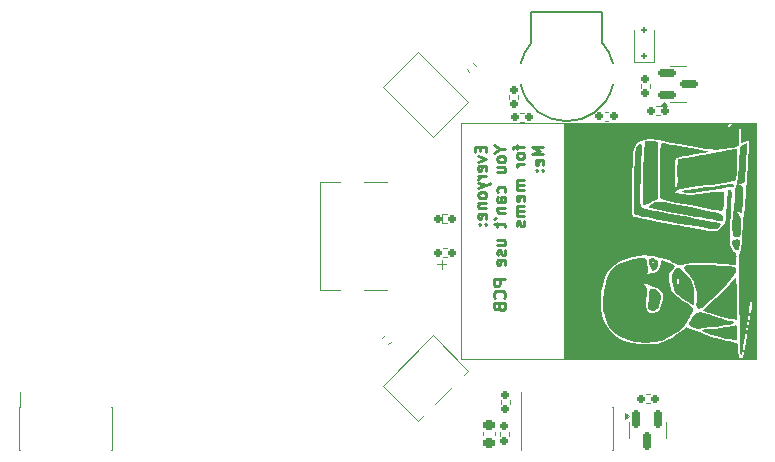
<source format=gbr>
%TF.GenerationSoftware,KiCad,Pcbnew,9.0.1-9.0.1-0~ubuntu22.04.1*%
%TF.CreationDate,2025-04-16T22:26:59+05:30*%
%TF.ProjectId,BEEWATCH MK2,42454557-4154-4434-9820-4d4b322e6b69,rev?*%
%TF.SameCoordinates,Original*%
%TF.FileFunction,Legend,Bot*%
%TF.FilePolarity,Positive*%
%FSLAX46Y46*%
G04 Gerber Fmt 4.6, Leading zero omitted, Abs format (unit mm)*
G04 Created by KiCad (PCBNEW 9.0.1-9.0.1-0~ubuntu22.04.1) date 2025-04-16 22:26:59*
%MOMM*%
%LPD*%
G01*
G04 APERTURE LIST*
G04 Aperture macros list*
%AMRoundRect*
0 Rectangle with rounded corners*
0 $1 Rounding radius*
0 $2 $3 $4 $5 $6 $7 $8 $9 X,Y pos of 4 corners*
0 Add a 4 corners polygon primitive as box body*
4,1,4,$2,$3,$4,$5,$6,$7,$8,$9,$2,$3,0*
0 Add four circle primitives for the rounded corners*
1,1,$1+$1,$2,$3*
1,1,$1+$1,$4,$5*
1,1,$1+$1,$6,$7*
1,1,$1+$1,$8,$9*
0 Add four rect primitives between the rounded corners*
20,1,$1+$1,$2,$3,$4,$5,0*
20,1,$1+$1,$4,$5,$6,$7,0*
20,1,$1+$1,$6,$7,$8,$9,0*
20,1,$1+$1,$8,$9,$2,$3,0*%
%AMRotRect*
0 Rectangle, with rotation*
0 The origin of the aperture is its center*
0 $1 length*
0 $2 width*
0 $3 Rotation angle, in degrees counterclockwise*
0 Add horizontal line*
21,1,$1,$2,0,0,$3*%
G04 Aperture macros list end*
%ADD10C,0.250000*%
%ADD11C,0.100000*%
%ADD12C,0.120000*%
%ADD13C,0.150000*%
%ADD14C,0.000000*%
%ADD15C,0.500000*%
%ADD16RoundRect,0.160000X-0.197500X-0.160000X0.197500X-0.160000X0.197500X0.160000X-0.197500X0.160000X0*%
%ADD17RoundRect,0.150000X-0.150000X0.587500X-0.150000X-0.587500X0.150000X-0.587500X0.150000X0.587500X0*%
%ADD18RoundRect,0.160000X-0.160000X0.197500X-0.160000X-0.197500X0.160000X-0.197500X0.160000X0.197500X0*%
%ADD19RoundRect,0.160000X-0.252791X0.026517X0.026517X-0.252791X0.252791X-0.026517X-0.026517X0.252791X0*%
%ADD20R,0.740000X2.400000*%
%ADD21R,1.570000X1.600000*%
%ADD22C,0.650000*%
%ADD23R,1.150000X0.300000*%
%ADD24O,1.600000X1.000000*%
%ADD25O,2.100000X1.000000*%
%ADD26RoundRect,0.160000X0.197500X0.160000X-0.197500X0.160000X-0.197500X-0.160000X0.197500X-0.160000X0*%
%ADD27RoundRect,0.125000X0.125000X-0.125000X0.125000X0.125000X-0.125000X0.125000X-0.125000X-0.125000X0*%
%ADD28RoundRect,0.225000X0.250000X-0.225000X0.250000X0.225000X-0.250000X0.225000X-0.250000X-0.225000X0*%
%ADD29RoundRect,0.150000X-0.587500X-0.150000X0.587500X-0.150000X0.587500X0.150000X-0.587500X0.150000X0*%
%ADD30RotRect,1.400000X1.500000X315.000000*%
%ADD31R,2.000000X2.000000*%
%ADD32C,2.000000*%
%ADD33RoundRect,0.160000X-0.026517X-0.252791X0.252791X0.026517X0.026517X0.252791X-0.252791X-0.026517X0*%
%ADD34RotRect,1.400000X1.500000X45.000000*%
%ADD35RoundRect,0.160000X0.160000X-0.197500X0.160000X0.197500X-0.160000X0.197500X-0.160000X-0.197500X0*%
G04 APERTURE END LIST*
D10*
X-7339023Y7597432D02*
X-7339023Y7264099D01*
X-6815213Y7121242D02*
X-6815213Y7597432D01*
X-6815213Y7597432D02*
X-7815213Y7597432D01*
X-7815213Y7597432D02*
X-7815213Y7121242D01*
X-7481880Y6787908D02*
X-6815213Y6549813D01*
X-6815213Y6549813D02*
X-7481880Y6311718D01*
X-6862832Y5549813D02*
X-6815213Y5645051D01*
X-6815213Y5645051D02*
X-6815213Y5835527D01*
X-6815213Y5835527D02*
X-6862832Y5930765D01*
X-6862832Y5930765D02*
X-6958071Y5978384D01*
X-6958071Y5978384D02*
X-7339023Y5978384D01*
X-7339023Y5978384D02*
X-7434261Y5930765D01*
X-7434261Y5930765D02*
X-7481880Y5835527D01*
X-7481880Y5835527D02*
X-7481880Y5645051D01*
X-7481880Y5645051D02*
X-7434261Y5549813D01*
X-7434261Y5549813D02*
X-7339023Y5502194D01*
X-7339023Y5502194D02*
X-7243785Y5502194D01*
X-7243785Y5502194D02*
X-7148547Y5978384D01*
X-6815213Y5073622D02*
X-7481880Y5073622D01*
X-7291404Y5073622D02*
X-7386642Y5026003D01*
X-7386642Y5026003D02*
X-7434261Y4978384D01*
X-7434261Y4978384D02*
X-7481880Y4883146D01*
X-7481880Y4883146D02*
X-7481880Y4787908D01*
X-7481880Y4549812D02*
X-6815213Y4311717D01*
X-7481880Y4073622D02*
X-6815213Y4311717D01*
X-6815213Y4311717D02*
X-6577118Y4406955D01*
X-6577118Y4406955D02*
X-6529499Y4454574D01*
X-6529499Y4454574D02*
X-6481880Y4549812D01*
X-6815213Y3549812D02*
X-6862832Y3645050D01*
X-6862832Y3645050D02*
X-6910452Y3692669D01*
X-6910452Y3692669D02*
X-7005690Y3740288D01*
X-7005690Y3740288D02*
X-7291404Y3740288D01*
X-7291404Y3740288D02*
X-7386642Y3692669D01*
X-7386642Y3692669D02*
X-7434261Y3645050D01*
X-7434261Y3645050D02*
X-7481880Y3549812D01*
X-7481880Y3549812D02*
X-7481880Y3406955D01*
X-7481880Y3406955D02*
X-7434261Y3311717D01*
X-7434261Y3311717D02*
X-7386642Y3264098D01*
X-7386642Y3264098D02*
X-7291404Y3216479D01*
X-7291404Y3216479D02*
X-7005690Y3216479D01*
X-7005690Y3216479D02*
X-6910452Y3264098D01*
X-6910452Y3264098D02*
X-6862832Y3311717D01*
X-6862832Y3311717D02*
X-6815213Y3406955D01*
X-6815213Y3406955D02*
X-6815213Y3549812D01*
X-7481880Y2787907D02*
X-6815213Y2787907D01*
X-7386642Y2787907D02*
X-7434261Y2740288D01*
X-7434261Y2740288D02*
X-7481880Y2645050D01*
X-7481880Y2645050D02*
X-7481880Y2502193D01*
X-7481880Y2502193D02*
X-7434261Y2406955D01*
X-7434261Y2406955D02*
X-7339023Y2359336D01*
X-7339023Y2359336D02*
X-6815213Y2359336D01*
X-6862832Y1502193D02*
X-6815213Y1597431D01*
X-6815213Y1597431D02*
X-6815213Y1787907D01*
X-6815213Y1787907D02*
X-6862832Y1883145D01*
X-6862832Y1883145D02*
X-6958071Y1930764D01*
X-6958071Y1930764D02*
X-7339023Y1930764D01*
X-7339023Y1930764D02*
X-7434261Y1883145D01*
X-7434261Y1883145D02*
X-7481880Y1787907D01*
X-7481880Y1787907D02*
X-7481880Y1597431D01*
X-7481880Y1597431D02*
X-7434261Y1502193D01*
X-7434261Y1502193D02*
X-7339023Y1454574D01*
X-7339023Y1454574D02*
X-7243785Y1454574D01*
X-7243785Y1454574D02*
X-7148547Y1930764D01*
X-6910452Y1026002D02*
X-6862832Y978383D01*
X-6862832Y978383D02*
X-6815213Y1026002D01*
X-6815213Y1026002D02*
X-6862832Y1073621D01*
X-6862832Y1073621D02*
X-6910452Y1026002D01*
X-6910452Y1026002D02*
X-6815213Y1026002D01*
X-7434261Y1026002D02*
X-7386642Y978383D01*
X-7386642Y978383D02*
X-7339023Y1026002D01*
X-7339023Y1026002D02*
X-7386642Y1073621D01*
X-7386642Y1073621D02*
X-7434261Y1026002D01*
X-7434261Y1026002D02*
X-7339023Y1026002D01*
X-5681460Y7406956D02*
X-5205269Y7406956D01*
X-6205269Y7740289D02*
X-5681460Y7406956D01*
X-5681460Y7406956D02*
X-6205269Y7073623D01*
X-5205269Y6597432D02*
X-5252888Y6692670D01*
X-5252888Y6692670D02*
X-5300508Y6740289D01*
X-5300508Y6740289D02*
X-5395746Y6787908D01*
X-5395746Y6787908D02*
X-5681460Y6787908D01*
X-5681460Y6787908D02*
X-5776698Y6740289D01*
X-5776698Y6740289D02*
X-5824317Y6692670D01*
X-5824317Y6692670D02*
X-5871936Y6597432D01*
X-5871936Y6597432D02*
X-5871936Y6454575D01*
X-5871936Y6454575D02*
X-5824317Y6359337D01*
X-5824317Y6359337D02*
X-5776698Y6311718D01*
X-5776698Y6311718D02*
X-5681460Y6264099D01*
X-5681460Y6264099D02*
X-5395746Y6264099D01*
X-5395746Y6264099D02*
X-5300508Y6311718D01*
X-5300508Y6311718D02*
X-5252888Y6359337D01*
X-5252888Y6359337D02*
X-5205269Y6454575D01*
X-5205269Y6454575D02*
X-5205269Y6597432D01*
X-5871936Y5406956D02*
X-5205269Y5406956D01*
X-5871936Y5835527D02*
X-5348127Y5835527D01*
X-5348127Y5835527D02*
X-5252888Y5787908D01*
X-5252888Y5787908D02*
X-5205269Y5692670D01*
X-5205269Y5692670D02*
X-5205269Y5549813D01*
X-5205269Y5549813D02*
X-5252888Y5454575D01*
X-5252888Y5454575D02*
X-5300508Y5406956D01*
X-5252888Y3740289D02*
X-5205269Y3835527D01*
X-5205269Y3835527D02*
X-5205269Y4026003D01*
X-5205269Y4026003D02*
X-5252888Y4121241D01*
X-5252888Y4121241D02*
X-5300508Y4168860D01*
X-5300508Y4168860D02*
X-5395746Y4216479D01*
X-5395746Y4216479D02*
X-5681460Y4216479D01*
X-5681460Y4216479D02*
X-5776698Y4168860D01*
X-5776698Y4168860D02*
X-5824317Y4121241D01*
X-5824317Y4121241D02*
X-5871936Y4026003D01*
X-5871936Y4026003D02*
X-5871936Y3835527D01*
X-5871936Y3835527D02*
X-5824317Y3740289D01*
X-5205269Y2883146D02*
X-5729079Y2883146D01*
X-5729079Y2883146D02*
X-5824317Y2930765D01*
X-5824317Y2930765D02*
X-5871936Y3026003D01*
X-5871936Y3026003D02*
X-5871936Y3216479D01*
X-5871936Y3216479D02*
X-5824317Y3311717D01*
X-5252888Y2883146D02*
X-5205269Y2978384D01*
X-5205269Y2978384D02*
X-5205269Y3216479D01*
X-5205269Y3216479D02*
X-5252888Y3311717D01*
X-5252888Y3311717D02*
X-5348127Y3359336D01*
X-5348127Y3359336D02*
X-5443365Y3359336D01*
X-5443365Y3359336D02*
X-5538603Y3311717D01*
X-5538603Y3311717D02*
X-5586222Y3216479D01*
X-5586222Y3216479D02*
X-5586222Y2978384D01*
X-5586222Y2978384D02*
X-5633841Y2883146D01*
X-5871936Y2406955D02*
X-5205269Y2406955D01*
X-5776698Y2406955D02*
X-5824317Y2359336D01*
X-5824317Y2359336D02*
X-5871936Y2264098D01*
X-5871936Y2264098D02*
X-5871936Y2121241D01*
X-5871936Y2121241D02*
X-5824317Y2026003D01*
X-5824317Y2026003D02*
X-5729079Y1978384D01*
X-5729079Y1978384D02*
X-5205269Y1978384D01*
X-6205269Y1454574D02*
X-6014793Y1549812D01*
X-5871936Y1168860D02*
X-5871936Y787908D01*
X-6205269Y1026003D02*
X-5348127Y1026003D01*
X-5348127Y1026003D02*
X-5252888Y978384D01*
X-5252888Y978384D02*
X-5205269Y883146D01*
X-5205269Y883146D02*
X-5205269Y787908D01*
X-5871936Y-735902D02*
X-5205269Y-735902D01*
X-5871936Y-307331D02*
X-5348127Y-307331D01*
X-5348127Y-307331D02*
X-5252888Y-354950D01*
X-5252888Y-354950D02*
X-5205269Y-450188D01*
X-5205269Y-450188D02*
X-5205269Y-593045D01*
X-5205269Y-593045D02*
X-5252888Y-688283D01*
X-5252888Y-688283D02*
X-5300508Y-735902D01*
X-5252888Y-1164474D02*
X-5205269Y-1259712D01*
X-5205269Y-1259712D02*
X-5205269Y-1450188D01*
X-5205269Y-1450188D02*
X-5252888Y-1545426D01*
X-5252888Y-1545426D02*
X-5348127Y-1593045D01*
X-5348127Y-1593045D02*
X-5395746Y-1593045D01*
X-5395746Y-1593045D02*
X-5490984Y-1545426D01*
X-5490984Y-1545426D02*
X-5538603Y-1450188D01*
X-5538603Y-1450188D02*
X-5538603Y-1307331D01*
X-5538603Y-1307331D02*
X-5586222Y-1212093D01*
X-5586222Y-1212093D02*
X-5681460Y-1164474D01*
X-5681460Y-1164474D02*
X-5729079Y-1164474D01*
X-5729079Y-1164474D02*
X-5824317Y-1212093D01*
X-5824317Y-1212093D02*
X-5871936Y-1307331D01*
X-5871936Y-1307331D02*
X-5871936Y-1450188D01*
X-5871936Y-1450188D02*
X-5824317Y-1545426D01*
X-5252888Y-2402569D02*
X-5205269Y-2307331D01*
X-5205269Y-2307331D02*
X-5205269Y-2116855D01*
X-5205269Y-2116855D02*
X-5252888Y-2021617D01*
X-5252888Y-2021617D02*
X-5348127Y-1973998D01*
X-5348127Y-1973998D02*
X-5729079Y-1973998D01*
X-5729079Y-1973998D02*
X-5824317Y-2021617D01*
X-5824317Y-2021617D02*
X-5871936Y-2116855D01*
X-5871936Y-2116855D02*
X-5871936Y-2307331D01*
X-5871936Y-2307331D02*
X-5824317Y-2402569D01*
X-5824317Y-2402569D02*
X-5729079Y-2450188D01*
X-5729079Y-2450188D02*
X-5633841Y-2450188D01*
X-5633841Y-2450188D02*
X-5538603Y-1973998D01*
X-5205269Y-3640665D02*
X-6205269Y-3640665D01*
X-6205269Y-3640665D02*
X-6205269Y-4021617D01*
X-6205269Y-4021617D02*
X-6157650Y-4116855D01*
X-6157650Y-4116855D02*
X-6110031Y-4164474D01*
X-6110031Y-4164474D02*
X-6014793Y-4212093D01*
X-6014793Y-4212093D02*
X-5871936Y-4212093D01*
X-5871936Y-4212093D02*
X-5776698Y-4164474D01*
X-5776698Y-4164474D02*
X-5729079Y-4116855D01*
X-5729079Y-4116855D02*
X-5681460Y-4021617D01*
X-5681460Y-4021617D02*
X-5681460Y-3640665D01*
X-5300508Y-5212093D02*
X-5252888Y-5164474D01*
X-5252888Y-5164474D02*
X-5205269Y-5021617D01*
X-5205269Y-5021617D02*
X-5205269Y-4926379D01*
X-5205269Y-4926379D02*
X-5252888Y-4783522D01*
X-5252888Y-4783522D02*
X-5348127Y-4688284D01*
X-5348127Y-4688284D02*
X-5443365Y-4640665D01*
X-5443365Y-4640665D02*
X-5633841Y-4593046D01*
X-5633841Y-4593046D02*
X-5776698Y-4593046D01*
X-5776698Y-4593046D02*
X-5967174Y-4640665D01*
X-5967174Y-4640665D02*
X-6062412Y-4688284D01*
X-6062412Y-4688284D02*
X-6157650Y-4783522D01*
X-6157650Y-4783522D02*
X-6205269Y-4926379D01*
X-6205269Y-4926379D02*
X-6205269Y-5021617D01*
X-6205269Y-5021617D02*
X-6157650Y-5164474D01*
X-6157650Y-5164474D02*
X-6110031Y-5212093D01*
X-5729079Y-5973998D02*
X-5681460Y-6116855D01*
X-5681460Y-6116855D02*
X-5633841Y-6164474D01*
X-5633841Y-6164474D02*
X-5538603Y-6212093D01*
X-5538603Y-6212093D02*
X-5395746Y-6212093D01*
X-5395746Y-6212093D02*
X-5300508Y-6164474D01*
X-5300508Y-6164474D02*
X-5252888Y-6116855D01*
X-5252888Y-6116855D02*
X-5205269Y-6021617D01*
X-5205269Y-6021617D02*
X-5205269Y-5640665D01*
X-5205269Y-5640665D02*
X-6205269Y-5640665D01*
X-6205269Y-5640665D02*
X-6205269Y-5973998D01*
X-6205269Y-5973998D02*
X-6157650Y-6069236D01*
X-6157650Y-6069236D02*
X-6110031Y-6116855D01*
X-6110031Y-6116855D02*
X-6014793Y-6164474D01*
X-6014793Y-6164474D02*
X-5919555Y-6164474D01*
X-5919555Y-6164474D02*
X-5824317Y-6116855D01*
X-5824317Y-6116855D02*
X-5776698Y-6069236D01*
X-5776698Y-6069236D02*
X-5729079Y-5973998D01*
X-5729079Y-5973998D02*
X-5729079Y-5640665D01*
X-4261992Y7740289D02*
X-4261992Y7359337D01*
X-3595325Y7597432D02*
X-4452468Y7597432D01*
X-4452468Y7597432D02*
X-4547706Y7549813D01*
X-4547706Y7549813D02*
X-4595325Y7454575D01*
X-4595325Y7454575D02*
X-4595325Y7359337D01*
X-3595325Y6883146D02*
X-3642944Y6978384D01*
X-3642944Y6978384D02*
X-3690564Y7026003D01*
X-3690564Y7026003D02*
X-3785802Y7073622D01*
X-3785802Y7073622D02*
X-4071516Y7073622D01*
X-4071516Y7073622D02*
X-4166754Y7026003D01*
X-4166754Y7026003D02*
X-4214373Y6978384D01*
X-4214373Y6978384D02*
X-4261992Y6883146D01*
X-4261992Y6883146D02*
X-4261992Y6740289D01*
X-4261992Y6740289D02*
X-4214373Y6645051D01*
X-4214373Y6645051D02*
X-4166754Y6597432D01*
X-4166754Y6597432D02*
X-4071516Y6549813D01*
X-4071516Y6549813D02*
X-3785802Y6549813D01*
X-3785802Y6549813D02*
X-3690564Y6597432D01*
X-3690564Y6597432D02*
X-3642944Y6645051D01*
X-3642944Y6645051D02*
X-3595325Y6740289D01*
X-3595325Y6740289D02*
X-3595325Y6883146D01*
X-3595325Y6121241D02*
X-4261992Y6121241D01*
X-4071516Y6121241D02*
X-4166754Y6073622D01*
X-4166754Y6073622D02*
X-4214373Y6026003D01*
X-4214373Y6026003D02*
X-4261992Y5930765D01*
X-4261992Y5930765D02*
X-4261992Y5835527D01*
X-3595325Y4740288D02*
X-4261992Y4740288D01*
X-4166754Y4740288D02*
X-4214373Y4692669D01*
X-4214373Y4692669D02*
X-4261992Y4597431D01*
X-4261992Y4597431D02*
X-4261992Y4454574D01*
X-4261992Y4454574D02*
X-4214373Y4359336D01*
X-4214373Y4359336D02*
X-4119135Y4311717D01*
X-4119135Y4311717D02*
X-3595325Y4311717D01*
X-4119135Y4311717D02*
X-4214373Y4264098D01*
X-4214373Y4264098D02*
X-4261992Y4168860D01*
X-4261992Y4168860D02*
X-4261992Y4026003D01*
X-4261992Y4026003D02*
X-4214373Y3930764D01*
X-4214373Y3930764D02*
X-4119135Y3883145D01*
X-4119135Y3883145D02*
X-3595325Y3883145D01*
X-3642944Y3026003D02*
X-3595325Y3121241D01*
X-3595325Y3121241D02*
X-3595325Y3311717D01*
X-3595325Y3311717D02*
X-3642944Y3406955D01*
X-3642944Y3406955D02*
X-3738183Y3454574D01*
X-3738183Y3454574D02*
X-4119135Y3454574D01*
X-4119135Y3454574D02*
X-4214373Y3406955D01*
X-4214373Y3406955D02*
X-4261992Y3311717D01*
X-4261992Y3311717D02*
X-4261992Y3121241D01*
X-4261992Y3121241D02*
X-4214373Y3026003D01*
X-4214373Y3026003D02*
X-4119135Y2978384D01*
X-4119135Y2978384D02*
X-4023897Y2978384D01*
X-4023897Y2978384D02*
X-3928659Y3454574D01*
X-3595325Y2549812D02*
X-4261992Y2549812D01*
X-4166754Y2549812D02*
X-4214373Y2502193D01*
X-4214373Y2502193D02*
X-4261992Y2406955D01*
X-4261992Y2406955D02*
X-4261992Y2264098D01*
X-4261992Y2264098D02*
X-4214373Y2168860D01*
X-4214373Y2168860D02*
X-4119135Y2121241D01*
X-4119135Y2121241D02*
X-3595325Y2121241D01*
X-4119135Y2121241D02*
X-4214373Y2073622D01*
X-4214373Y2073622D02*
X-4261992Y1978384D01*
X-4261992Y1978384D02*
X-4261992Y1835527D01*
X-4261992Y1835527D02*
X-4214373Y1740288D01*
X-4214373Y1740288D02*
X-4119135Y1692669D01*
X-4119135Y1692669D02*
X-3595325Y1692669D01*
X-3642944Y1264098D02*
X-3595325Y1168860D01*
X-3595325Y1168860D02*
X-3595325Y978384D01*
X-3595325Y978384D02*
X-3642944Y883146D01*
X-3642944Y883146D02*
X-3738183Y835527D01*
X-3738183Y835527D02*
X-3785802Y835527D01*
X-3785802Y835527D02*
X-3881040Y883146D01*
X-3881040Y883146D02*
X-3928659Y978384D01*
X-3928659Y978384D02*
X-3928659Y1121241D01*
X-3928659Y1121241D02*
X-3976278Y1216479D01*
X-3976278Y1216479D02*
X-4071516Y1264098D01*
X-4071516Y1264098D02*
X-4119135Y1264098D01*
X-4119135Y1264098D02*
X-4214373Y1216479D01*
X-4214373Y1216479D02*
X-4261992Y1121241D01*
X-4261992Y1121241D02*
X-4261992Y978384D01*
X-4261992Y978384D02*
X-4214373Y883146D01*
X-1985381Y7597432D02*
X-2985381Y7597432D01*
X-2985381Y7597432D02*
X-2271096Y7264099D01*
X-2271096Y7264099D02*
X-2985381Y6930766D01*
X-2985381Y6930766D02*
X-1985381Y6930766D01*
X-2033000Y6073623D02*
X-1985381Y6168861D01*
X-1985381Y6168861D02*
X-1985381Y6359337D01*
X-1985381Y6359337D02*
X-2033000Y6454575D01*
X-2033000Y6454575D02*
X-2128239Y6502194D01*
X-2128239Y6502194D02*
X-2509191Y6502194D01*
X-2509191Y6502194D02*
X-2604429Y6454575D01*
X-2604429Y6454575D02*
X-2652048Y6359337D01*
X-2652048Y6359337D02*
X-2652048Y6168861D01*
X-2652048Y6168861D02*
X-2604429Y6073623D01*
X-2604429Y6073623D02*
X-2509191Y6026004D01*
X-2509191Y6026004D02*
X-2413953Y6026004D01*
X-2413953Y6026004D02*
X-2318715Y6502194D01*
X-2080620Y5597432D02*
X-2033000Y5549813D01*
X-2033000Y5549813D02*
X-1985381Y5597432D01*
X-1985381Y5597432D02*
X-2033000Y5645051D01*
X-2033000Y5645051D02*
X-2080620Y5597432D01*
X-2080620Y5597432D02*
X-1985381Y5597432D01*
X-2604429Y5597432D02*
X-2556810Y5549813D01*
X-2556810Y5549813D02*
X-2509191Y5597432D01*
X-2509191Y5597432D02*
X-2556810Y5645051D01*
X-2556810Y5645051D02*
X-2604429Y5597432D01*
X-2604429Y5597432D02*
X-2509191Y5597432D01*
D11*
X-10608534Y1896116D02*
X-10608534Y1134211D01*
X-10608534Y-2003884D02*
X-10608534Y-2765789D01*
X-10227581Y-2384836D02*
X-10989486Y-2384836D01*
D12*
%TO.C,R9*%
X7582379Y11030000D02*
X7917621Y11030000D01*
X7582379Y10270000D02*
X7917621Y10270000D01*
%TO.C,Q2*%
X5240000Y-16400000D02*
X5240000Y-15750000D01*
X5240000Y-16400000D02*
X5240000Y-17050000D01*
X8360000Y-16400000D02*
X8360000Y-15750000D01*
X8360000Y-16400000D02*
X8360000Y-17050000D01*
X5290000Y-15237500D02*
X4960000Y-15477500D01*
X4960000Y-14997500D01*
X5290000Y-15237500D01*
G36*
X5290000Y-15237500D02*
G01*
X4960000Y-15477500D01*
X4960000Y-14997500D01*
X5290000Y-15237500D01*
G37*
%TO.C,R17*%
X-5580000Y-13832379D02*
X-5580000Y-14167621D01*
X-4820000Y-13832379D02*
X-4820000Y-14167621D01*
%TO.C,R29*%
X-3967621Y10480000D02*
X-3632379Y10480000D01*
X-3967621Y9720000D02*
X-3632379Y9720000D01*
%TO.C,R2*%
X-10467621Y1880000D02*
X-10132379Y1880000D01*
X-10467621Y1120000D02*
X-10132379Y1120000D01*
%TO.C,R3*%
X-8487227Y14149825D02*
X-8250175Y13912773D01*
X-7949825Y14687227D02*
X-7712773Y14450175D01*
%TO.C,J4*%
X-46370000Y-14435000D02*
X-46370000Y-18065000D01*
X-46370000Y-14435000D02*
X-46305000Y-14435000D01*
X-46370000Y-18065000D02*
X-46305000Y-18065000D01*
X-46305000Y-13160000D02*
X-46305000Y-14435000D01*
X-38595000Y-14435000D02*
X-38530000Y-14435000D01*
X-38595000Y-18065000D02*
X-38530000Y-18065000D01*
X-38530000Y-14435000D02*
X-38530000Y-18065000D01*
D13*
%TO.C,BZ1*%
X-2999999Y18995752D02*
X3000001Y18995752D01*
X-2999999Y16395751D02*
X-2999999Y18995752D01*
X3000001Y18995752D02*
X3000001Y16395750D01*
X-3900000Y14650000D02*
G75*
G02*
X-3001874Y16397405I3899990J-899995D01*
G01*
X3001875Y16397403D02*
G75*
G02*
X3900000Y14650000I-3001875J-2647403D01*
G01*
X3894753Y12827559D02*
G75*
G02*
X-3900000Y12850000I-3894753J922440D01*
G01*
D12*
%TO.C,R19*%
X-5680000Y-16529879D02*
X-5680000Y-16865121D01*
X-4920000Y-16529879D02*
X-4920000Y-16865121D01*
%TO.C,J1*%
X-20885000Y4580000D02*
X-20885000Y-4580000D01*
X-20885000Y-4580000D02*
X-19180000Y-4580000D01*
X-19180000Y4580000D02*
X-20885000Y4580000D01*
X-17170000Y4580000D02*
X-15250000Y4580000D01*
X-15250000Y-4580000D02*
X-17170000Y-4580000D01*
%TO.C,R30*%
X3523700Y10530000D02*
X3188458Y10530000D01*
X3523700Y9770000D02*
X3188458Y9770000D01*
%TO.C,D4*%
X5650000Y14790000D02*
X5650000Y17450000D01*
X7350000Y14790000D02*
X5650000Y14790000D01*
X7350000Y14790000D02*
X7350000Y17450000D01*
%TO.C,C18*%
X-7110000Y-16860580D02*
X-7110000Y-16579420D01*
X-6090000Y-16860580D02*
X-6090000Y-16579420D01*
%TO.C,Q1*%
X9400000Y14460000D02*
X8750000Y14460000D01*
X9400000Y14460000D02*
X10050000Y14460000D01*
X9400000Y11340000D02*
X8750000Y11340000D01*
X9400000Y11340000D02*
X10050000Y11340000D01*
X8477500Y11060000D02*
X7997500Y11060000D01*
X8237500Y11390000D01*
X8477500Y11060000D01*
G36*
X8477500Y11060000D02*
G01*
X7997500Y11060000D01*
X8237500Y11390000D01*
X8477500Y11060000D01*
G37*
%TO.C,R1*%
X-10467621Y-1020000D02*
X-10132379Y-1020000D01*
X-10467621Y-1780000D02*
X-10132379Y-1780000D01*
D14*
%TO.C,meme_2*%
G36*
X14564633Y-290711D02*
G01*
X14569584Y-292696D01*
X14628691Y-348775D01*
X14645139Y-471570D01*
X14624075Y-696197D01*
X14619015Y-733990D01*
X14581013Y-972269D01*
X14537741Y-1104672D01*
X14473002Y-1161727D01*
X14370600Y-1173961D01*
X14281629Y-1151238D01*
X14142192Y-1022151D01*
X14038743Y-811244D01*
X13993945Y-555711D01*
X13993079Y-523301D01*
X14002991Y-366749D01*
X14066933Y-298172D01*
X14221518Y-271913D01*
X14226391Y-271457D01*
X14421729Y-268264D01*
X14564633Y-290711D01*
G37*
G36*
X7239504Y-1821824D02*
G01*
X7388580Y-1847080D01*
X7586578Y-1979905D01*
X7693506Y-2123137D01*
X7759280Y-2370083D01*
X7727564Y-2525749D01*
X7617833Y-2720936D01*
X7465153Y-2872196D01*
X7306944Y-2932964D01*
X7199573Y-2874199D01*
X7093947Y-2715044D01*
X7007254Y-2497089D01*
X6952392Y-2262033D01*
X6947230Y-2154851D01*
X7196399Y-2154851D01*
X7199103Y-2175274D01*
X7266759Y-2229363D01*
X7282682Y-2228556D01*
X7337119Y-2198336D01*
X7333882Y-2187049D01*
X7266759Y-2123823D01*
X7239504Y-2112829D01*
X7196399Y-2154851D01*
X6947230Y-2154851D01*
X6942256Y-2051573D01*
X6989745Y-1907409D01*
X7015121Y-1881016D01*
X7183678Y-1812366D01*
X7239504Y-1821824D01*
G37*
G36*
X14387134Y-7550206D02*
G01*
X14396737Y-7564829D01*
X14420620Y-7687893D01*
X14437250Y-7904263D01*
X14443491Y-8178945D01*
X14443775Y-8324054D01*
X14437862Y-8549988D01*
X14404725Y-8691897D01*
X14322063Y-8761866D01*
X14167576Y-8771979D01*
X13918963Y-8734319D01*
X13553925Y-8660970D01*
X13169352Y-8578733D01*
X12671664Y-8457903D01*
X12238581Y-8335783D01*
X11884906Y-8217469D01*
X11625445Y-8108056D01*
X11475000Y-8012638D01*
X11448378Y-7936312D01*
X11524426Y-7911389D01*
X11713284Y-7883468D01*
X11985639Y-7856626D01*
X12312531Y-7834281D01*
X12573651Y-7815586D01*
X13000073Y-7771014D01*
X13407987Y-7713883D01*
X13736303Y-7652012D01*
X13847896Y-7627198D01*
X14105844Y-7576781D01*
X14297266Y-7549291D01*
X14387134Y-7550206D01*
G37*
G36*
X14053584Y4430526D02*
G01*
X14128185Y4381530D01*
X14155958Y4285289D01*
X14074100Y4213557D01*
X14069138Y4212176D01*
X13938729Y4185385D01*
X13684104Y4140426D01*
X13319063Y4079562D01*
X12857407Y4005056D01*
X12312935Y3919171D01*
X11699446Y3824170D01*
X11694038Y3823340D01*
X11133948Y3746971D01*
X10650353Y3700160D01*
X10258379Y3683552D01*
X9973153Y3697793D01*
X9809802Y3743529D01*
X9809504Y3743717D01*
X9759882Y3785727D01*
X9768756Y3821521D01*
X9852384Y3855562D01*
X10027029Y3892313D01*
X10308949Y3936237D01*
X10714405Y3991796D01*
X10844141Y4009284D01*
X11275197Y4069453D01*
X11774403Y4141405D01*
X12289820Y4217590D01*
X12769512Y4290462D01*
X13063105Y4334024D01*
X13429912Y4382965D01*
X13734222Y4417212D01*
X13950594Y4433991D01*
X14053584Y4430526D01*
G37*
G36*
X11609014Y-6469438D02*
G01*
X12017231Y-6616255D01*
X12226365Y-6697391D01*
X12599755Y-6823472D01*
X13013139Y-6947032D01*
X13409220Y-7050210D01*
X13424099Y-7053738D01*
X13738389Y-7134457D01*
X13991718Y-7210933D01*
X14158553Y-7274689D01*
X14213365Y-7317246D01*
X14169010Y-7354242D01*
X14003719Y-7414213D01*
X13741308Y-7478374D01*
X13407110Y-7542057D01*
X13026462Y-7600587D01*
X12624696Y-7649295D01*
X12227147Y-7683508D01*
X11967734Y-7703728D01*
X11671538Y-7735281D01*
X11446129Y-7769112D01*
X11326390Y-7800684D01*
X11300930Y-7811546D01*
X11118616Y-7819285D01*
X10833870Y-7748779D01*
X10564477Y-7654250D01*
X10395917Y-7560711D01*
X10338069Y-7447799D01*
X10377637Y-7287680D01*
X10501329Y-7052519D01*
X10575094Y-6929089D01*
X10791132Y-6643498D01*
X11019664Y-6476239D01*
X11284392Y-6420493D01*
X11609014Y-6469438D01*
G37*
G36*
X7370214Y-4444879D02*
G01*
X7535121Y-4492399D01*
X7755317Y-4649331D01*
X7904167Y-4859995D01*
X7934043Y-5009073D01*
X7932204Y-5268489D01*
X7893611Y-5570234D01*
X7822303Y-5864736D01*
X7777536Y-5969195D01*
X7620204Y-6161623D01*
X7413089Y-6289510D01*
X7195359Y-6333251D01*
X7006179Y-6273243D01*
X6993218Y-6263247D01*
X6941825Y-6203299D01*
X6910174Y-6109601D01*
X6897656Y-5960958D01*
X6903660Y-5736175D01*
X6927578Y-5414057D01*
X6968799Y-4973407D01*
X6986755Y-4797507D01*
X7337119Y-4797507D01*
X7347871Y-4851159D01*
X7407480Y-4867867D01*
X7428766Y-4853447D01*
X7477840Y-4797507D01*
X7474529Y-4787330D01*
X7407480Y-4727147D01*
X7370214Y-4721512D01*
X7337119Y-4797507D01*
X6986755Y-4797507D01*
X6989736Y-4768304D01*
X7017824Y-4581944D01*
X7058193Y-4482989D01*
X7125730Y-4440789D01*
X7235326Y-4424691D01*
X7296486Y-4423633D01*
X7370214Y-4444879D01*
G37*
G36*
X7192969Y8077913D02*
G01*
X7423647Y8049498D01*
X7617629Y8017748D01*
X7714802Y7991595D01*
X7730789Y7966662D01*
X7746184Y7834488D01*
X7732392Y7637135D01*
X7730337Y7619850D01*
X7719295Y7445485D01*
X7709392Y7155338D01*
X7701016Y6770575D01*
X7694554Y6312366D01*
X7690393Y5801878D01*
X7688920Y5260280D01*
X7688920Y3200589D01*
X7155817Y2913037D01*
X7063564Y2864066D01*
X6819360Y2742193D01*
X6627280Y2657330D01*
X6522576Y2625485D01*
X6512745Y2626451D01*
X6475098Y2660978D01*
X6449148Y2759155D01*
X6432968Y2940234D01*
X6424629Y3223470D01*
X6422204Y3628116D01*
X6423734Y3920702D01*
X6431863Y4413064D01*
X6446085Y4939018D01*
X6465373Y5479202D01*
X6488698Y6014250D01*
X6515034Y6524799D01*
X6543352Y6991484D01*
X6572626Y7394941D01*
X6601827Y7715806D01*
X6629929Y7934715D01*
X6655903Y8032303D01*
X6660597Y8037809D01*
X6749909Y8085821D01*
X6917518Y8098353D01*
X7192969Y8077913D01*
G37*
G36*
X14310828Y-3520208D02*
G01*
X14340322Y-3626561D01*
X14362632Y-3833805D01*
X14379046Y-4155202D01*
X14390854Y-4604017D01*
X14393390Y-4734883D01*
X14402484Y-5189938D01*
X14411904Y-5643141D01*
X14420674Y-6048212D01*
X14427821Y-6358867D01*
X14429944Y-6508440D01*
X14425439Y-6770676D01*
X14410941Y-6958814D01*
X14388375Y-7039609D01*
X14317013Y-7052121D01*
X14126475Y-7035334D01*
X13851099Y-6985696D01*
X13515593Y-6910175D01*
X13144662Y-6815734D01*
X12763014Y-6709340D01*
X12395354Y-6597958D01*
X12066389Y-6488553D01*
X11800825Y-6388090D01*
X11623369Y-6303536D01*
X11558726Y-6241855D01*
X11561414Y-6235907D01*
X11631529Y-6155278D01*
X11785330Y-5996850D01*
X12007586Y-5775812D01*
X12283066Y-5507359D01*
X12596538Y-5206682D01*
X12615851Y-5188277D01*
X12953240Y-4861997D01*
X13273351Y-4544163D01*
X13554761Y-4256642D01*
X13776048Y-4021302D01*
X13915790Y-3860010D01*
X14061013Y-3688133D01*
X14198257Y-3551923D01*
X14283394Y-3498667D01*
X14310828Y-3520208D01*
G37*
G36*
X8277428Y2904119D02*
G01*
X8751471Y2810123D01*
X8949276Y2766703D01*
X9478648Y2655043D01*
X10107857Y2527279D01*
X10810078Y2388734D01*
X11558484Y2244734D01*
X12326251Y2100603D01*
X12520402Y2062706D01*
X12803225Y1992417D01*
X12988721Y1914172D01*
X13105062Y1814033D01*
X13180419Y1678066D01*
X13205667Y1611834D01*
X13247579Y1408904D01*
X13191032Y1297782D01*
X13029099Y1272770D01*
X12754848Y1328172D01*
X12527494Y1383459D01*
X12222256Y1445742D01*
X11910527Y1500151D01*
X11671167Y1539385D01*
X11307351Y1602085D01*
X10900929Y1674484D01*
X10503324Y1747543D01*
X10499723Y1748217D01*
X10077828Y1826705D01*
X9579927Y1918631D01*
X9067895Y2012606D01*
X8603601Y2097240D01*
X8281610Y2155925D01*
X7824163Y2241102D01*
X7480471Y2308803D01*
X7234723Y2363039D01*
X7071110Y2407820D01*
X6973818Y2447156D01*
X6927039Y2485056D01*
X6914959Y2525532D01*
X6926019Y2561287D01*
X7032762Y2665024D01*
X7222365Y2776420D01*
X7457126Y2875454D01*
X7699342Y2942103D01*
X7923750Y2948112D01*
X8277428Y2904119D01*
G37*
G36*
X11655954Y-2440492D02*
G01*
X12337853Y-2448662D01*
X12937909Y-2470153D01*
X13444396Y-2503966D01*
X13845587Y-2549102D01*
X14129758Y-2604564D01*
X14285180Y-2669353D01*
X14300037Y-2682294D01*
X14359522Y-2820271D01*
X14315572Y-3024074D01*
X14166285Y-3296283D01*
X13909758Y-3639480D01*
X13544087Y-4056245D01*
X13067371Y-4549158D01*
X12477706Y-5120800D01*
X12233922Y-5350095D01*
X11900798Y-5655935D01*
X11644434Y-5877820D01*
X11451089Y-6025888D01*
X11307020Y-6110278D01*
X11198482Y-6141131D01*
X11111734Y-6128584D01*
X11071212Y-6109894D01*
X10985767Y-6016190D01*
X10966390Y-5849986D01*
X11007653Y-5582814D01*
X11022156Y-5499801D01*
X11035809Y-5119587D01*
X10988270Y-4685023D01*
X10887739Y-4249210D01*
X10742417Y-3865253D01*
X10620772Y-3652285D01*
X10425462Y-3370988D01*
X10216717Y-3116607D01*
X10213094Y-3112638D01*
X9999409Y-2858710D01*
X9892686Y-2677564D01*
X9888239Y-2556584D01*
X9981378Y-2483151D01*
X10000105Y-2478868D01*
X10142439Y-2466616D01*
X10395705Y-2456055D01*
X10737473Y-2447777D01*
X11145311Y-2442376D01*
X11596787Y-2440443D01*
X11655954Y-2440492D01*
G37*
G36*
X9628490Y-2763505D02*
G01*
X9844089Y-2948944D01*
X10182011Y-3303913D01*
X10479896Y-3714640D01*
X10678257Y-4112383D01*
X10691558Y-4154795D01*
X10729271Y-4355807D01*
X10757217Y-4624956D01*
X10774527Y-4927564D01*
X10780332Y-5228956D01*
X10773763Y-5494455D01*
X10753952Y-5689387D01*
X10720028Y-5779073D01*
X10683209Y-5776103D01*
X10547271Y-5714318D01*
X10342415Y-5596804D01*
X10096052Y-5441633D01*
X9835590Y-5266874D01*
X9588440Y-5090598D01*
X9382012Y-4930876D01*
X9243715Y-4805779D01*
X9179012Y-4718540D01*
X9063149Y-4453103D01*
X8979255Y-4106866D01*
X8943619Y-3791520D01*
X9311421Y-3791520D01*
X9345362Y-3960350D01*
X9410505Y-4098048D01*
X9435631Y-4130538D01*
X9488285Y-4177175D01*
X9510471Y-4122700D01*
X9516045Y-3947322D01*
X9506187Y-3740064D01*
X9459371Y-3605816D01*
X9365836Y-3566205D01*
X9354578Y-3568062D01*
X9313040Y-3643458D01*
X9311421Y-3791520D01*
X8943619Y-3791520D01*
X8935461Y-3719333D01*
X8939901Y-3330010D01*
X8940620Y-3321439D01*
X8975503Y-3068413D01*
X9039051Y-2907166D01*
X9149659Y-2790375D01*
X9193806Y-2756685D01*
X9338400Y-2675379D01*
X9365836Y-2675298D01*
X9471611Y-2674984D01*
X9628490Y-2763505D01*
G37*
G36*
X15232093Y7891995D02*
G01*
X15266316Y7828957D01*
X15272967Y7683668D01*
X15256169Y7427562D01*
X15248977Y7339301D01*
X15227102Y7050225D01*
X15200304Y6675996D01*
X15171321Y6255312D01*
X15142892Y5826870D01*
X15126886Y5589690D01*
X15099496Y5221268D01*
X15073428Y4912572D01*
X15051021Y4690517D01*
X15034617Y4582019D01*
X14950720Y4491824D01*
X14739062Y4441298D01*
X14478671Y4419667D01*
X14689751Y4312361D01*
X14900831Y4205055D01*
X14893433Y3129950D01*
X14892395Y3021249D01*
X14882723Y2618844D01*
X14865354Y2298429D01*
X14841658Y2079565D01*
X14813005Y1981813D01*
X14720944Y1954096D01*
X14556552Y2028965D01*
X14433901Y2093543D01*
X14379093Y2082400D01*
X14417230Y1996084D01*
X14549031Y1851523D01*
X14591429Y1810190D01*
X14653921Y1730468D01*
X14693106Y1628241D01*
X14714394Y1473959D01*
X14723199Y1238068D01*
X14724931Y891019D01*
X14724508Y660089D01*
X14719712Y388888D01*
X14705140Y213152D01*
X14675420Y105059D01*
X14625175Y36786D01*
X14549031Y-19490D01*
X14443217Y-81895D01*
X14334939Y-93935D01*
X14197230Y-19490D01*
X14129378Y29262D01*
X14077801Y91897D01*
X14046057Y189442D01*
X14029407Y348348D01*
X14023111Y595068D01*
X14022429Y956054D01*
X14024814Y1156950D01*
X14043682Y1584891D01*
X14078405Y1960013D01*
X14125463Y2238504D01*
X14138151Y2295951D01*
X14184011Y2594628D01*
X14216728Y2952432D01*
X14229904Y3304084D01*
X14231312Y3416004D01*
X14273231Y3952434D01*
X14377934Y4418654D01*
X14436013Y4639200D01*
X14483922Y4906822D01*
X14522208Y5239267D01*
X14553762Y5661834D01*
X14581474Y6199819D01*
X14639490Y7509834D01*
X14859221Y7706163D01*
X14908469Y7747939D01*
X15069586Y7858250D01*
X15187642Y7902493D01*
X15232093Y7891995D01*
G37*
G36*
X6293672Y7848322D02*
G01*
X6306238Y7821402D01*
X6323842Y7684604D01*
X6330966Y7432428D01*
X6327594Y7058638D01*
X6313713Y6556997D01*
X6289310Y5921267D01*
X6267337Y5384033D01*
X6240479Y4656455D01*
X6222634Y4053159D01*
X6213858Y3564303D01*
X6214202Y3180049D01*
X6223719Y2890559D01*
X6242464Y2685992D01*
X6270490Y2556510D01*
X6307849Y2492274D01*
X6429624Y2422367D01*
X6668853Y2337575D01*
X7023339Y2245009D01*
X7501331Y2142545D01*
X8111081Y2028059D01*
X8377126Y1980217D01*
X8839464Y1896009D01*
X9347750Y1802397D01*
X9883548Y1702872D01*
X10428426Y1600921D01*
X10963950Y1500035D01*
X11471684Y1403702D01*
X11933197Y1315411D01*
X12330052Y1238653D01*
X12643817Y1176915D01*
X12856057Y1133688D01*
X12948338Y1112459D01*
X12967105Y1104782D01*
X13033116Y1014015D01*
X12989219Y878128D01*
X12842798Y724276D01*
X12794711Y685932D01*
X12743005Y650374D01*
X12682194Y624875D01*
X12599327Y610870D01*
X12481459Y609790D01*
X12315639Y623071D01*
X12088920Y652146D01*
X11788353Y698450D01*
X11400990Y763414D01*
X10913883Y848475D01*
X10314083Y955065D01*
X9588643Y1084618D01*
X9169845Y1159493D01*
X8403488Y1297252D01*
X7759808Y1414303D01*
X7228035Y1512834D01*
X6797400Y1595033D01*
X6457133Y1663089D01*
X6196466Y1719189D01*
X6004628Y1765523D01*
X5870850Y1804278D01*
X5784363Y1837643D01*
X5734397Y1867807D01*
X5706346Y1929744D01*
X5682361Y2092767D01*
X5667257Y2359070D01*
X5661070Y2733958D01*
X5663834Y3222739D01*
X5675587Y3830718D01*
X5696363Y4563203D01*
X5726200Y5425498D01*
X5765131Y6422910D01*
X5779075Y6756767D01*
X5795507Y7077062D01*
X5814763Y7300502D01*
X5841580Y7451636D01*
X5880694Y7555017D01*
X5936843Y7635196D01*
X6014765Y7716724D01*
X6059758Y7760085D01*
X6203142Y7861554D01*
X6293672Y7848322D01*
G37*
G36*
X6612830Y-1842544D02*
G01*
X6625038Y-1844813D01*
X6739031Y-1941975D01*
X6774239Y-2100194D01*
X6776087Y-2152196D01*
X6803410Y-2376998D01*
X6853013Y-2620610D01*
X6885956Y-2771114D01*
X6892901Y-2933314D01*
X6842986Y-3040447D01*
X6785198Y-3152371D01*
X6835122Y-3195162D01*
X6974667Y-3149745D01*
X7095978Y-3104132D01*
X7296204Y-3073684D01*
X7332807Y-3070365D01*
X7512011Y-3003556D01*
X7694727Y-2877912D01*
X7774225Y-2799994D01*
X7894778Y-2609210D01*
X7951248Y-2350211D01*
X7960977Y-2277244D01*
X8011777Y-2085669D01*
X8082412Y-2018283D01*
X8096563Y-2018884D01*
X8258062Y-2055446D01*
X8485730Y-2134028D01*
X8729282Y-2234169D01*
X8938435Y-2335407D01*
X9062905Y-2417278D01*
X9101080Y-2461736D01*
X9116131Y-2536062D01*
X9058135Y-2640066D01*
X8913809Y-2808607D01*
X8657304Y-3092528D01*
X8687847Y-3674440D01*
X8690770Y-3726939D01*
X8728802Y-4111010D01*
X8803861Y-4419023D01*
X8933806Y-4678591D01*
X9136496Y-4917328D01*
X9429791Y-5162845D01*
X9831549Y-5442755D01*
X9873890Y-5470914D01*
X10160835Y-5666216D01*
X10402616Y-5838232D01*
X10574908Y-5969238D01*
X10653385Y-6041513D01*
X10690722Y-6110849D01*
X10703663Y-6195557D01*
X10674709Y-6312029D01*
X10595544Y-6490952D01*
X10457851Y-6763017D01*
X10410050Y-6854540D01*
X10200933Y-7218382D01*
X9988190Y-7508752D01*
X9732465Y-7773693D01*
X9394402Y-8061252D01*
X9282448Y-8149093D01*
X8675703Y-8551593D01*
X8059961Y-8828527D01*
X7413458Y-8985578D01*
X6714429Y-9028428D01*
X5941110Y-8962756D01*
X5662006Y-8915835D01*
X4973050Y-8729434D01*
X4393531Y-8456273D01*
X3920409Y-8093643D01*
X3550641Y-7638839D01*
X3281189Y-7089154D01*
X3109010Y-6441881D01*
X3087992Y-6299611D01*
X3062034Y-5843074D01*
X3080256Y-5326166D01*
X3137397Y-4782308D01*
X3228197Y-4244922D01*
X3278109Y-4036601D01*
X6563158Y-4036601D01*
X6603253Y-4112781D01*
X6705236Y-4236072D01*
X6716451Y-4248143D01*
X6785004Y-4339918D01*
X6814878Y-4447536D01*
X6810673Y-4611883D01*
X6776990Y-4873848D01*
X6771633Y-4911393D01*
X6713070Y-5455393D01*
X6705883Y-5885456D01*
X6749812Y-6195792D01*
X6844599Y-6380610D01*
X7049838Y-6498394D01*
X7310287Y-6501379D01*
X7596479Y-6384112D01*
X7733876Y-6286704D01*
X7874467Y-6127540D01*
X7984109Y-5902583D01*
X8085218Y-5574714D01*
X8140750Y-5350926D01*
X8170106Y-5154069D01*
X8156926Y-4998358D01*
X8102394Y-4832723D01*
X8093458Y-4810911D01*
X7929268Y-4548783D01*
X7682027Y-4371882D01*
X7327371Y-4262275D01*
X7146038Y-4218935D01*
X6946565Y-4150331D01*
X6837200Y-4084991D01*
X6828975Y-4075667D01*
X6721571Y-4006080D01*
X6612830Y-3989502D01*
X6563158Y-4036601D01*
X3278109Y-4036601D01*
X3347393Y-3747427D01*
X3489725Y-3323244D01*
X3649931Y-3005794D01*
X3773785Y-2847099D01*
X4109373Y-2551374D01*
X4546762Y-2287450D01*
X5060447Y-2069461D01*
X5624921Y-1911538D01*
X5684752Y-1899043D01*
X6110456Y-1825408D01*
X6419699Y-1806644D01*
X6612830Y-1842544D01*
G37*
G36*
X8319050Y7869226D02*
G01*
X8574895Y7815722D01*
X8584402Y7813642D01*
X8814413Y7767370D01*
X9150554Y7704683D01*
X9561822Y7631132D01*
X10017216Y7552266D01*
X10485734Y7473635D01*
X10601157Y7454445D01*
X11017729Y7382543D01*
X11377502Y7316366D01*
X11659927Y7259968D01*
X11844452Y7217400D01*
X11910527Y7192714D01*
X11858260Y7149430D01*
X11677460Y7092270D01*
X11364791Y7024701D01*
X10917478Y6946130D01*
X10332749Y6855965D01*
X10217867Y6838555D01*
X9868103Y6778784D01*
X9573675Y6718533D01*
X9362659Y6663962D01*
X9263132Y6621233D01*
X9230153Y6573478D01*
X9190191Y6446100D01*
X9163412Y6240675D01*
X9148741Y5941605D01*
X9145104Y5533292D01*
X9151425Y5000138D01*
X9159223Y4681743D01*
X9172817Y4426577D01*
X9194441Y4271363D01*
X9227357Y4194255D01*
X9274825Y4173407D01*
X9312897Y4187039D01*
X9342309Y4244542D01*
X9360925Y4365334D01*
X9370343Y4568756D01*
X9372161Y4874149D01*
X9367976Y5300852D01*
X9366444Y5450134D01*
X9368051Y5859805D01*
X9378526Y6183097D01*
X9397041Y6401944D01*
X9422770Y6498281D01*
X9443966Y6510074D01*
X9583612Y6549966D01*
X9825392Y6600300D01*
X10142505Y6655818D01*
X10508150Y6711261D01*
X10616558Y6726818D01*
X11006569Y6787284D01*
X11364365Y6849179D01*
X11654159Y6906051D01*
X11840167Y6951445D01*
X12011535Y6995567D01*
X12311794Y7053275D01*
X12614128Y7094150D01*
X12659969Y7099065D01*
X12971041Y7143076D01*
X13335982Y7207493D01*
X13685115Y7280210D01*
X13811718Y7307815D01*
X14076833Y7355990D01*
X14277219Y7379101D01*
X14377042Y7372374D01*
X14393485Y7349576D01*
X14417225Y7226476D01*
X14427803Y6992589D01*
X14425487Y6638120D01*
X14410547Y6153271D01*
X14399406Y5879355D01*
X14381776Y5502112D01*
X14364217Y5184123D01*
X14348272Y4952518D01*
X14335487Y4834425D01*
X14320029Y4788463D01*
X14271020Y4736500D01*
X14170028Y4691735D01*
X13995191Y4647617D01*
X13724648Y4597597D01*
X13336535Y4535123D01*
X13259953Y4523269D01*
X12798714Y4454671D01*
X12268919Y4379482D01*
X11730180Y4306027D01*
X11242106Y4242630D01*
X11080046Y4222135D01*
X10528902Y4149163D01*
X10098275Y4085448D01*
X9772558Y4027987D01*
X9536142Y3973779D01*
X9373418Y3919822D01*
X9268777Y3863114D01*
X9209021Y3817227D01*
X9183070Y3759321D01*
X9278819Y3696077D01*
X9288429Y3691343D01*
X9436922Y3644793D01*
X9673179Y3593626D01*
X9950681Y3548088D01*
X9970056Y3545421D01*
X10215659Y3518603D01*
X10450342Y3511144D01*
X10711372Y3524906D01*
X11036015Y3561748D01*
X11461536Y3623533D01*
X11518046Y3632102D01*
X11917373Y3687862D01*
X12301715Y3734147D01*
X12629808Y3766347D01*
X12860388Y3779850D01*
X13282549Y3786426D01*
X13282549Y3033388D01*
X13280683Y2846912D01*
X13266744Y2531596D01*
X13241029Y2309278D01*
X13205737Y2203723D01*
X13177939Y2188986D01*
X13055322Y2179803D01*
X12834020Y2200097D01*
X12501392Y2251295D01*
X12044795Y2334825D01*
X11297576Y2478293D01*
X10529063Y2626716D01*
X9882986Y2752656D01*
X9350700Y2857861D01*
X8923557Y2944082D01*
X8592912Y3013066D01*
X8350116Y3066563D01*
X8186525Y3106322D01*
X8093491Y3134093D01*
X7900000Y3205438D01*
X7900000Y5434977D01*
X7900108Y5647731D01*
X7902120Y6259789D01*
X7907080Y6748209D01*
X7915511Y7126074D01*
X7927938Y7406468D01*
X7944883Y7602472D01*
X7966870Y7727172D01*
X7994424Y7793649D01*
X8014120Y7819556D01*
X8074514Y7872506D01*
X8164207Y7888609D01*
X8319050Y7869226D01*
G37*
G36*
X12871039Y9591135D02*
G01*
X13305464Y9591135D01*
X13500130Y9584369D01*
X13685014Y9551414D01*
X13743709Y9493960D01*
X13669529Y9415235D01*
X13621549Y9371961D01*
X13608733Y9282688D01*
X13696617Y9239335D01*
X13796652Y9288836D01*
X13909320Y9415235D01*
X13935367Y9453922D01*
X13986413Y9511236D01*
X14059155Y9549848D01*
X14177397Y9573450D01*
X14364944Y9585737D01*
X14645601Y9590401D01*
X14684112Y9590472D01*
X15043174Y9591135D01*
X16061773Y9591135D01*
X16061773Y-438706D01*
X16061773Y-10468547D01*
X15023962Y-10443657D01*
X14874195Y-10439644D01*
X14505725Y-10426132D01*
X14188666Y-10409497D01*
X13952783Y-10391478D01*
X13827840Y-10373811D01*
X13725892Y-10360544D01*
X13669529Y-10395176D01*
X13668779Y-10399424D01*
X13592878Y-10433007D01*
X13419823Y-10453764D01*
X13188501Y-10462149D01*
X12937801Y-10458617D01*
X12706612Y-10443620D01*
X12533821Y-10417612D01*
X12458318Y-10381046D01*
X12405610Y-10335785D01*
X12281180Y-10381046D01*
X12219393Y-10394958D01*
X12068961Y-10408532D01*
X11826814Y-10420384D01*
X11487506Y-10430583D01*
X11045595Y-10439199D01*
X10495635Y-10446299D01*
X9832181Y-10451954D01*
X9049790Y-10456232D01*
X8143016Y-10459203D01*
X7106415Y-10460934D01*
X5934543Y-10461496D01*
X-261772Y-10461496D01*
X-261772Y-5219842D01*
X2867327Y-5219842D01*
X2869332Y-6002576D01*
X2981515Y-6709236D01*
X3201653Y-7335048D01*
X3527519Y-7875234D01*
X3956888Y-8325018D01*
X4487535Y-8679626D01*
X4685407Y-8778332D01*
X5120151Y-8951752D01*
X5575762Y-9066572D01*
X6090814Y-9131037D01*
X6703878Y-9153393D01*
X6776928Y-9153762D01*
X7147342Y-9151421D01*
X7423719Y-9137497D01*
X7646025Y-9106829D01*
X7854228Y-9054257D01*
X8088295Y-8974619D01*
X8131049Y-8958688D01*
X8478704Y-8804431D01*
X8865192Y-8588541D01*
X9311020Y-8298682D01*
X9836694Y-7922511D01*
X10119925Y-7713000D01*
X10667346Y-7891696D01*
X10706320Y-7904534D01*
X11005252Y-8009517D01*
X11279735Y-8115788D01*
X11474697Y-8202168D01*
X11641892Y-8279731D01*
X12050639Y-8435327D01*
X12537242Y-8587787D01*
X13060808Y-8724836D01*
X13580445Y-8834202D01*
X13795257Y-8876193D01*
X14080052Y-8941974D01*
X14295655Y-9004109D01*
X14407176Y-9053353D01*
X14415533Y-9060936D01*
X14488119Y-9213751D01*
X14514625Y-9467480D01*
X14515546Y-9533281D01*
X14530913Y-9812080D01*
X14559011Y-10056925D01*
X14587769Y-10189896D01*
X14650868Y-10294309D01*
X14764329Y-10320776D01*
X14809931Y-10318292D01*
X14860693Y-10299556D01*
X14904820Y-10249119D01*
X14946238Y-10151630D01*
X14988874Y-9991735D01*
X15036652Y-9754082D01*
X15093499Y-9423320D01*
X15163341Y-8984094D01*
X15250102Y-8421053D01*
X15281668Y-8217053D01*
X15353572Y-7764697D01*
X15425423Y-7327090D01*
X15490350Y-6945714D01*
X15541482Y-6662050D01*
X15582450Y-6434444D01*
X15641999Y-6045301D01*
X15681545Y-5702919D01*
X15699234Y-5430112D01*
X15693210Y-5249696D01*
X15661618Y-5184488D01*
X15661530Y-5184490D01*
X15635244Y-5251557D01*
X15590853Y-5438526D01*
X15531699Y-5726327D01*
X15461124Y-6095893D01*
X15382469Y-6528156D01*
X15299076Y-7004046D01*
X15214286Y-7504498D01*
X15131443Y-8010441D01*
X15053886Y-8502808D01*
X14984958Y-8962531D01*
X14928002Y-9370542D01*
X14882912Y-9673668D01*
X14829791Y-9930660D01*
X14780625Y-10055283D01*
X14736599Y-10044821D01*
X14698897Y-9896556D01*
X14698405Y-9893216D01*
X14688793Y-9761446D01*
X14678107Y-9506334D01*
X14666625Y-9144349D01*
X14654621Y-8691958D01*
X14642372Y-8165629D01*
X14630152Y-7581830D01*
X14618237Y-6957027D01*
X14606903Y-6307689D01*
X14596425Y-5650283D01*
X14587079Y-5001277D01*
X14579140Y-4377139D01*
X14572885Y-3794335D01*
X14568588Y-3269334D01*
X14566525Y-2818602D01*
X14566972Y-2458609D01*
X14570204Y-2205821D01*
X14575941Y-2023946D01*
X14599700Y-1666616D01*
X14639107Y-1424252D01*
X14696610Y-1278909D01*
X14710239Y-1254948D01*
X14749987Y-1135514D01*
X14783395Y-941046D01*
X14812244Y-655124D01*
X14838319Y-261325D01*
X14863403Y256771D01*
X14864020Y271043D01*
X14886376Y711848D01*
X14912921Y1117902D01*
X14941470Y1462732D01*
X14969842Y1719864D01*
X14995851Y1862823D01*
X15017137Y1963168D01*
X15049506Y2197791D01*
X15084093Y2522689D01*
X15117935Y2909306D01*
X15148066Y3329086D01*
X15163034Y3561051D01*
X15195898Y4058824D01*
X15229682Y4557594D01*
X15261171Y5010212D01*
X15287151Y5369529D01*
X15312086Y5723072D01*
X15342903Y6197791D01*
X15372861Y6693274D01*
X15398003Y7146122D01*
X15400496Y7194027D01*
X15418578Y7565627D01*
X15426230Y7820800D01*
X15421594Y7981251D01*
X15402812Y8068688D01*
X15368027Y8104814D01*
X15315380Y8111335D01*
X15208328Y8089300D01*
X15045694Y8005795D01*
X15004096Y7975117D01*
X14871185Y7898481D01*
X14786138Y7905864D01*
X14741552Y8011145D01*
X14730019Y8228202D01*
X14744134Y8570914D01*
X14750221Y8677342D01*
X14761147Y8958572D01*
X14755182Y9130266D01*
X14730209Y9215996D01*
X14684112Y9239335D01*
X14681272Y9239170D01*
X14628814Y9166800D01*
X14589363Y8979195D01*
X14565052Y8700271D01*
X14558014Y8353938D01*
X14570380Y7964112D01*
X14571463Y7933584D01*
X14551608Y7751576D01*
X14496542Y7641274D01*
X14494850Y7639992D01*
X14343622Y7572627D01*
X14087301Y7504369D01*
X13760661Y7441078D01*
X13398476Y7388615D01*
X13035518Y7352839D01*
X12706562Y7339612D01*
X12558759Y7342794D01*
X12171747Y7368844D01*
X11747425Y7415461D01*
X11354129Y7475768D01*
X11279906Y7489272D01*
X10903052Y7556791D01*
X10450169Y7636701D01*
X9971749Y7720132D01*
X9518283Y7798216D01*
X9380878Y7821958D01*
X8941372Y7900982D01*
X8510807Y7982456D01*
X8132502Y8058042D01*
X7849776Y8119401D01*
X7574808Y8179158D01*
X7179503Y8238907D01*
X6858365Y8241896D01*
X6576298Y8187084D01*
X6298204Y8073431D01*
X6144695Y7992927D01*
X5969460Y7878108D01*
X5837671Y7744377D01*
X5741916Y7571434D01*
X5674784Y7338978D01*
X5628864Y7026709D01*
X5596745Y6614325D01*
X5571014Y6081525D01*
X5546117Y5428949D01*
X5524187Y4709393D01*
X5509507Y4037590D01*
X5502067Y3426795D01*
X5501862Y2890262D01*
X5508885Y2441246D01*
X5523129Y2093001D01*
X5544586Y1858783D01*
X5573251Y1751846D01*
X5594010Y1731677D01*
X5701745Y1672492D01*
X5890425Y1608806D01*
X6171766Y1537860D01*
X6557485Y1456898D01*
X7059297Y1363162D01*
X7688920Y1253894D01*
X7808862Y1233489D01*
X8261999Y1154630D01*
X8717635Y1072970D01*
X9128649Y997042D01*
X9447923Y935377D01*
X9756909Y874771D01*
X10208501Y789904D01*
X10679634Y704819D01*
X11144020Y623981D01*
X11575371Y551857D01*
X11947399Y492914D01*
X12233816Y451616D01*
X12408334Y432430D01*
X12708008Y482997D01*
X12997878Y672479D01*
X13278724Y1001683D01*
X13349305Y1109105D01*
X13402349Y1214413D01*
X13441524Y1340884D01*
X13470914Y1512398D01*
X13494607Y1752836D01*
X13516686Y2086079D01*
X13541240Y2536008D01*
X13560917Y2891301D01*
X13583801Y3262344D01*
X13605107Y3566169D01*
X13623105Y3778328D01*
X13636061Y3874376D01*
X13678414Y3924596D01*
X13808041Y3962327D01*
X13830029Y3961794D01*
X13895295Y3941387D01*
X13931246Y3869457D01*
X13946019Y3716302D01*
X13947748Y3452216D01*
X13945941Y3345469D01*
X13936970Y3061320D01*
X13921651Y2679285D01*
X13901182Y2226606D01*
X13876758Y1730524D01*
X13849578Y1218282D01*
X13832680Y902147D01*
X13807486Y345368D01*
X13797147Y-96998D01*
X13803855Y-442349D01*
X13829803Y-708084D01*
X13877184Y-911599D01*
X13948191Y-1070294D01*
X14045017Y-1201566D01*
X14169854Y-1322814D01*
X14178863Y-1330712D01*
X14289732Y-1440145D01*
X14347426Y-1549704D01*
X14365908Y-1706103D01*
X14359143Y-1956055D01*
X14337950Y-2405263D01*
X14056510Y-2395089D01*
X13900887Y-2385964D01*
X13627987Y-2364822D01*
X13291153Y-2335436D01*
X12930748Y-2301172D01*
X12509179Y-2270669D01*
X12009027Y-2254554D01*
X11482379Y-2253809D01*
X10962596Y-2267532D01*
X10483035Y-2294820D01*
X10077057Y-2334771D01*
X9778020Y-2386481D01*
X9569648Y-2428475D01*
X9412646Y-2426732D01*
X9285499Y-2371653D01*
X9026973Y-2220880D01*
X8662354Y-2042157D01*
X8318186Y-1907647D01*
X8040721Y-1837209D01*
X7918801Y-1817377D01*
X7626320Y-1757150D01*
X7339931Y-1685376D01*
X7065803Y-1634055D01*
X6605187Y-1617711D01*
X6086418Y-1660452D01*
X5547182Y-1756816D01*
X5025167Y-1901340D01*
X4558060Y-2088563D01*
X4399651Y-2172741D01*
X4070548Y-2389189D01*
X3764141Y-2639727D01*
X3515719Y-2893921D01*
X3360572Y-3121334D01*
X3287403Y-3292075D01*
X3144475Y-3719794D01*
X3019172Y-4214177D01*
X2923225Y-4725577D01*
X2868365Y-5204349D01*
X2867327Y-5219842D01*
X-261772Y-5219842D01*
X-261772Y-435180D01*
X-261772Y9591135D01*
X6203266Y9591135D01*
X12668304Y9591135D01*
X12700000Y9600000D01*
X12800000Y9600000D01*
X12871039Y9591135D01*
G37*
D11*
%TO.C,SW1*%
X-15606245Y12636396D02*
X-12636396Y15606245D01*
X-15606245Y12636396D02*
X-11363604Y8393755D01*
X-12636396Y15606245D02*
X-8393755Y11363604D01*
X-8393755Y11363604D02*
X-11363604Y8393755D01*
%TO.C,BT1*%
X-9000000Y9600000D02*
X16000000Y9600000D01*
X16000000Y-10400000D01*
X-9000000Y-10400000D01*
X-9000000Y9600000D01*
D12*
%TO.C,R10*%
X6270000Y12867621D02*
X6270000Y12532379D01*
X7030000Y12867621D02*
X7030000Y12532379D01*
%TO.C,R5*%
X-15647851Y-8610449D02*
X-15410799Y-8373397D01*
X-15110449Y-9147851D02*
X-14873397Y-8910799D01*
%TO.C,J3*%
X-3920000Y-14485000D02*
X-3920000Y-18115000D01*
X-3920000Y-14485000D02*
X-3855000Y-14485000D01*
X-3920000Y-18115000D02*
X-3855000Y-18115000D01*
X-3855000Y-13210000D02*
X-3855000Y-14485000D01*
X3855000Y-14485000D02*
X3920000Y-14485000D01*
X3855000Y-18115000D02*
X3920000Y-18115000D01*
X3920000Y-14485000D02*
X3920000Y-18115000D01*
D11*
%TO.C,SW2*%
X-15606245Y-12636396D02*
X-11363604Y-8393755D01*
X-12636396Y-15606245D02*
X-15606245Y-12636396D01*
X-12636396Y-15606245D02*
X-8393755Y-11363604D01*
X-11363604Y-8393755D02*
X-8393755Y-11363604D01*
D12*
%TO.C,R53*%
X-4880000Y11632379D02*
X-4880000Y11967621D01*
X-4120000Y11632379D02*
X-4120000Y11967621D01*
%TO.C,R18*%
X6682379Y-13382500D02*
X7017621Y-13382500D01*
X6682379Y-14142500D02*
X7017621Y-14142500D01*
%TD*%
%LPC*%
D15*
%TO.C,mouse-bite-2.54mm-slot*%
X-22361866Y-800000D03*
X-20161866Y-800000D03*
X-22361866Y0D03*
X-20161866Y0D03*
X-22361866Y800000D03*
X-20161866Y800000D03*
%TD*%
D16*
%TO.C,R9*%
X7152500Y10650000D03*
X8347500Y10650000D03*
%TD*%
D17*
%TO.C,Q2*%
X5850000Y-15462500D03*
X7750000Y-15462500D03*
X6800000Y-17337500D03*
%TD*%
D18*
%TO.C,R17*%
X-5200000Y-13402500D03*
X-5200000Y-14597500D03*
%TD*%
D16*
%TO.C,R29*%
X-4397500Y10100000D03*
X-3202500Y10100000D03*
%TD*%
%TO.C,R2*%
X-10897500Y1500000D03*
X-9702500Y1500000D03*
%TD*%
D19*
%TO.C,R3*%
X-8522496Y14722496D03*
X-7677504Y13877504D03*
%TD*%
D20*
%TO.C,J4*%
X-45625000Y-14300000D03*
X-45625000Y-18200000D03*
X-44355000Y-14300000D03*
X-44355000Y-18200000D03*
X-43085000Y-14300000D03*
X-43085000Y-18200000D03*
X-41815000Y-14300000D03*
X-41815000Y-18200000D03*
X-40545000Y-14300000D03*
X-40545000Y-18200000D03*
X-39275000Y-14300000D03*
X-39275000Y-18200000D03*
%TD*%
D21*
%TO.C,BZ1*%
X4500000Y13750000D03*
X-4500000Y13750000D03*
%TD*%
D18*
%TO.C,R19*%
X-5300000Y-16100000D03*
X-5300000Y-17295000D03*
%TD*%
D22*
%TO.C,J1*%
X-14495000Y-2890000D03*
X-14495000Y2890000D03*
D23*
X-13430000Y-3350000D03*
X-13430000Y-2550000D03*
X-13430000Y-1250000D03*
X-13430000Y-250000D03*
X-13430000Y250000D03*
X-13430000Y1250000D03*
X-13430000Y2550000D03*
X-13430000Y3350000D03*
X-13430000Y3050000D03*
X-13430000Y2250000D03*
X-13430000Y1750000D03*
X-13430000Y750000D03*
X-13430000Y-750000D03*
X-13430000Y-1750000D03*
X-13430000Y-2250000D03*
X-13430000Y-3050000D03*
D24*
X-18175000Y-4320000D03*
D25*
X-13995000Y-4320000D03*
D24*
X-18175000Y4320000D03*
D25*
X-13995000Y4320000D03*
%TD*%
D26*
%TO.C,R30*%
X3953579Y10150000D03*
X2758579Y10150000D03*
%TD*%
D27*
%TO.C,D4*%
X6500000Y15300000D03*
X6500000Y17500000D03*
%TD*%
D28*
%TO.C,C18*%
X-6600000Y-17495000D03*
X-6600000Y-15945000D03*
%TD*%
D29*
%TO.C,Q1*%
X8462500Y11950000D03*
X8462500Y13850000D03*
X10337500Y12900000D03*
%TD*%
D16*
%TO.C,R1*%
X-10897500Y-1400000D03*
X-9702500Y-1400000D03*
%TD*%
D30*
%TO.C,SW1*%
X-15252691Y11151472D03*
X-11151472Y15252691D03*
X-12848528Y8747309D03*
X-8747309Y12848528D03*
%TD*%
D31*
%TO.C,BT1*%
X-10700000Y-4000000D03*
D32*
X-10700000Y3200000D03*
%TD*%
D18*
%TO.C,R10*%
X6650000Y13297500D03*
X6650000Y12102500D03*
%TD*%
D33*
%TO.C,R5*%
X-15683120Y-9183120D03*
X-14838128Y-8338128D03*
%TD*%
D20*
%TO.C,J3*%
X-3175000Y-14350000D03*
X-3175000Y-18250000D03*
X-1905000Y-14350000D03*
X-1905000Y-18250000D03*
X-635000Y-14350000D03*
X-635000Y-18250000D03*
X635000Y-14350000D03*
X635000Y-18250000D03*
X1905000Y-14350000D03*
X1905000Y-18250000D03*
X3175000Y-14350000D03*
X3175000Y-18250000D03*
%TD*%
D34*
%TO.C,SW2*%
X-11151472Y-15252691D03*
X-15252691Y-11151472D03*
X-8747309Y-12848528D03*
X-12848528Y-8747309D03*
%TD*%
D35*
%TO.C,R53*%
X-4500000Y11202500D03*
X-4500000Y12397500D03*
%TD*%
D16*
%TO.C,R18*%
X6252500Y-13762500D03*
X7447500Y-13762500D03*
%TD*%
%LPD*%
M02*

</source>
